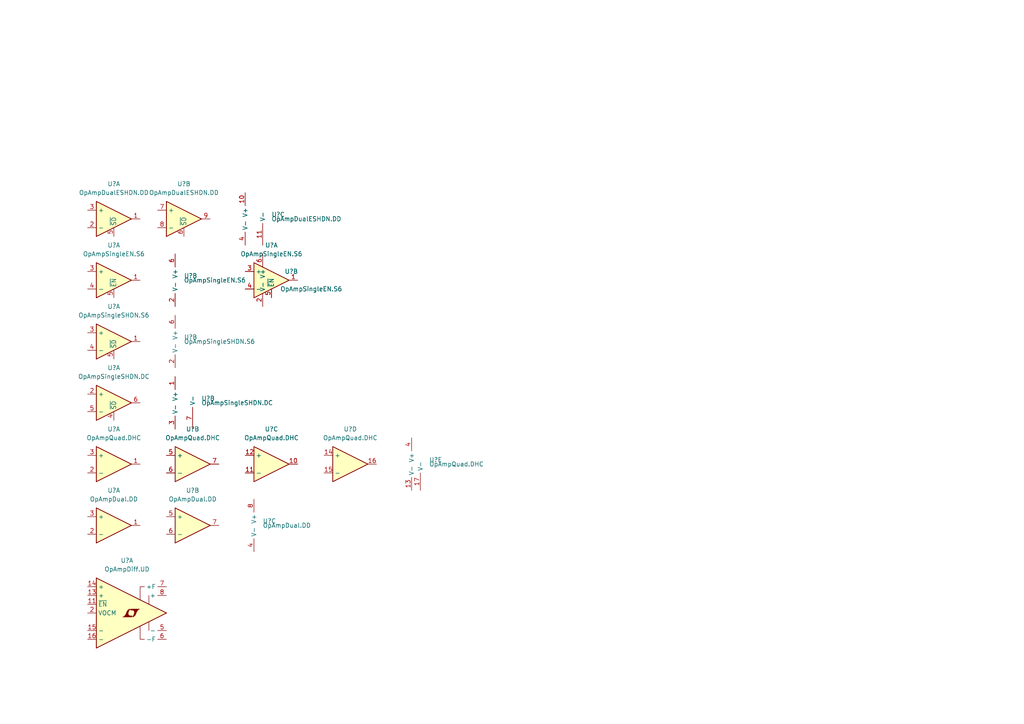
<source format=kicad_sch>
(kicad_sch (version 20201015) (generator eeschema)
  (paper "A4")
  (lib_symbols
    (symbol "ADI_SignalCondition:OpAmpDiff.UD"
      (property "Reference" "U" (at 5.08 10.16 0))
      (property "Value" "OpAmpDiff.UD" (at 5.08 -10.16 0))
      (property "Datasheet" "OpAmp Differential Generic" (at 5.08 2.54 0))
      (symbol "OpAmpDiff.UD_1_0"
        (polyline (pts (xy 2.7432 -0.9906) (xy 2.7686 -0.9652) (xy 2.8194 -0.8636) (xy 2.8194 -0.8382) (xy 2.6924 -0.8382) (xy 2.5908 -0.8128) (xy 2.1336 -0.8128) (xy 2.1082 -0.7874) (xy 1.8542 -0.6604) (xy 1.7526 -0.5588) (xy 1.6764 -0.4318) (xy 1.6256 -0.3302) (xy 1.6256 -0.0254) (xy 1.6764 0.127) (xy 1.7018 0.2286) (xy 1.7272 0.3048) (xy 1.778 0.4318) (xy 1.8288 0.5842) (xy 1.905 0.7112) (xy 1.9558 0.8382) (xy 2.032 0.9398) (xy 2.0828 1.0414) (xy 2.2098 1.1684) (xy 2.032 1.1684) (xy 1.905 1.1176) (xy 1.8034 1.0668) (xy 1.7272 1.016) (xy 1.6002 0.9144) (xy 1.4224 0.7366) (xy 1.1684 0.2794) (xy 1.0668 0) (xy 1.0668 -0.0508) (xy 1.016 -0.1524) (xy 0.9652 -0.2794) (xy 0.9144 -0.381) (xy 0.7874 -0.5588) (xy 0.635 -0.762) (xy 0.4826 -0.9144) (xy 0.3302 -1.0414) (xy 0.1524 -1.1176) (xy 0 -1.1684) (xy 2.667 -1.1684) (xy 2.7432 -0.9906)) (stroke (width 0.0254)) (fill (type outline)))
        (polyline (pts (xy 2.9464 -1.143) (xy 3.0226 -1.143) (xy 3.2004 -1.0668) (xy 3.3528 -0.9652) (xy 3.6322 -0.6858) (xy 3.7592 -0.4826) (xy 3.8608 -0.2794) (xy 3.937 -0.0254) (xy 3.9624 -0.0254) (xy 4.0386 0.2286) (xy 4.2926 0.635) (xy 4.445 0.8128) (xy 4.5974 0.9652) (xy 4.7498 1.0668) (xy 4.9276 1.143) (xy 4.953 1.143) (xy 4.953 1.1684) (xy 2.3876 1.1684) (xy 2.3114 1.016) (xy 2.286 0.9906) (xy 2.2352 0.889) (xy 2.2098 0.8636) (xy 2.2606 0.8636) (xy 2.3114 0.8382) (xy 2.8448 0.8382) (xy 2.8956 0.8128) (xy 2.9464 0.8128) (xy 3.0226 0.7874) (xy 3.1496 0.7112) (xy 3.2766 0.6096) (xy 3.3528 0.4826) (xy 3.3782 0.4318) (xy 3.4036 0.4064) (xy 3.4036 0) (xy 3.3782 -0.0508) (xy 3.3782 -0.127) (xy 3.3274 -0.2286) (xy 3.302 -0.3556) (xy 3.2258 -0.508) (xy 3.175 -0.6604) (xy 3.0226 -0.9144) (xy 2.9718 -1.016) (xy 2.8194 -1.1684) (xy 2.9464 -1.143)) (stroke (width 0.0254)) (fill (type outline)))
      )
      (symbol "OpAmpDiff.UD_1_1"
        (polyline (pts (xy 7.62 -2.54) (xy 7.62 -5.08)))
        (polyline (pts (xy 7.62 5.08) (xy 7.62 2.54)))
        (polyline (pts (xy 5.08 -3.81) (xy 5.08 -7.62) (xy 6.35 -7.62)))
        (polyline (pts (xy 5.08 3.81) (xy 5.08 7.62) (xy 6.35 7.62)))
        (polyline (pts (xy 12.7 0) (xy -7.62 10.16) (xy -7.62 -10.16) (xy 12.7 0)) (stroke (width 0.254)) (fill (type background)))
        (pin passive line (at -10.16 0 0) (length 2.54) (name "VOCM") (number "2"))
        (pin output line (at 12.7 -5.08 180) (length 2.54) (name "-") (number "5"))
        (pin output line (at 12.7 -7.62 180) (length 2.54) (name "-F") (number "6"))
        (pin output line (at 12.7 7.62 180) (length 2.54) (name "+F") (number "7"))
        (pin output line (at 12.7 5.08 180) (length 2.54) (name "+") (number "8"))
        (pin input line (at -10.16 2.54 0) (length 2.54) (name "~EN~") (number "11"))
        (pin input line (at -10.16 5.08 0) (length 2.54) (name "+") (number "13"))
        (pin input line (at -10.16 7.62 0) (length 2.54) (name "+") (number "14"))
        (pin input line (at -10.16 -5.08 0) (length 2.54) (name "-") (number "15"))
        (pin input line (at -10.16 -7.62 0) (length 2.54) (name "-") (number "16"))
      )
      (symbol "OpAmpDiff.UD_2_1"
        (pin power_in line (at -5.08 12.7 270) (length 3.81) (name "V+") (number "1"))
        (pin power_in line (at -2.54 10.16 270) (length 2.54) (name "V+") (number "3"))
        (pin power_in line (at -5.08 -12.7 90) (length 3.81) (name "V-") (number "4"))
        (pin power_in line (at -2.54 -10.16 90) (length 2.54) (name "V-") (number "9"))
        (pin power_in line (at 0 10.16 270) (length 3.81) (name "V+") (number "10"))
        (pin power_in line (at 0 -10.16 90) (length 3.81) (name "V-") (number "12"))
        (pin power_in line (at 2.54 -10.16 90) (length 5.08) (name "V-") (number "17"))
      )
    )
    (symbol "ADI_SignalCondition:OpAmpDual.DD"
      (property "Reference" "U" (at 5.08 2.54 0))
      (property "Value" "OpAmpDual.DD" (at 5.08 -2.54 0))
      (property "Datasheet" "OpAmp Dual Generic" (at 5.08 2.54 0))
      (symbol "OpAmpDual.DD_1_1"
        (polyline (pts (xy 5.08 0) (xy -5.08 5.08) (xy -5.08 -5.08) (xy 5.08 0)) (stroke (width 0.254)) (fill (type background)))
        (pin output line (at 7.62 0 180) (length 2.54) (name "~") (number "1"))
        (pin input line (at -7.62 -2.54 0) (length 2.54) (name "-") (number "2"))
        (pin input line (at -7.62 2.54 0) (length 2.54) (name "+") (number "3"))
      )
      (symbol "OpAmpDual.DD_2_1"
        (polyline (pts (xy 5.08 0) (xy -5.08 5.08) (xy -5.08 -5.08) (xy 5.08 0)) (stroke (width 0.254)) (fill (type background)))
        (pin input line (at -7.62 2.54 0) (length 2.54) (name "+") (number "5"))
        (pin input line (at -7.62 -2.54 0) (length 2.54) (name "-") (number "6"))
        (pin output line (at 7.62 0 180) (length 2.54) (name "~") (number "7"))
      )
      (symbol "OpAmpDual.DD_3_1"
        (pin power_in line (at -2.54 -7.62 90) (length 3.81) (name "V-") (number "4"))
        (pin power_in line (at -2.54 7.62 270) (length 3.81) (name "V+") (number "8"))
      )
    )
    (symbol "ADI_SignalCondition:OpAmpDualESHDN.DD"
      (property "Reference" "U" (at 5.08 2.54 0))
      (property "Value" "OpAmpDualESHDN.DD" (at 5.08 -2.54 0))
      (property "Datasheet" "OpAmp Dual Generic" (at 5.08 2.54 0))
      (symbol "OpAmpDualESHDN.DD_1_1"
        (polyline (pts (xy 5.08 0) (xy -5.08 5.08) (xy -5.08 -5.08) (xy 5.08 0)) (stroke (width 0.254)) (fill (type background)))
        (pin output line (at 7.62 0 180) (length 2.54) (name "~") (number "1"))
        (pin input line (at -7.62 -2.54 0) (length 2.54) (name "-") (number "2"))
        (pin input line (at -7.62 2.54 0) (length 2.54) (name "+") (number "3"))
        (pin input line (at 0 -5.08 90) (length 2.54) (name "~SD~") (number "5"))
      )
      (symbol "OpAmpDualESHDN.DD_2_1"
        (polyline (pts (xy 5.08 0) (xy -5.08 5.08) (xy -5.08 -5.08) (xy 5.08 0)) (stroke (width 0.254)) (fill (type background)))
        (pin input line (at 0 -5.08 90) (length 2.54) (name "~SD~") (number "6"))
        (pin input line (at -7.62 2.54 0) (length 2.54) (name "+") (number "7"))
        (pin input line (at -7.62 -2.54 0) (length 2.54) (name "-") (number "8"))
        (pin output line (at 7.62 0 180) (length 2.54) (name "~") (number "9"))
      )
      (symbol "OpAmpDualESHDN.DD_3_1"
        (pin power_in line (at -2.54 -7.62 90) (length 3.81) (name "V-") (number "4"))
        (pin power_in line (at -2.54 7.62 270) (length 3.81) (name "V+") (number "10"))
        (pin power_in line (at 2.54 -7.62 90) (length 6.35) (name "V-") (number "11"))
      )
    )
    (symbol "ADI_SignalCondition:OpAmpQuad.DHC"
      (property "Reference" "U" (at 5.08 2.54 0))
      (property "Value" "OpAmpQuad.DHC" (at 5.08 -2.54 0))
      (property "Datasheet" "OpAmp Quad Generic" (at 5.08 2.54 0))
      (symbol "OpAmpQuad.DHC_1_1"
        (polyline (pts (xy 5.08 0) (xy -5.08 5.08) (xy -5.08 -5.08) (xy 5.08 0)) (stroke (width 0.254)) (fill (type background)))
        (pin output line (at 7.62 0 180) (length 2.54) (name "~") (number "1"))
        (pin input line (at -7.62 -2.54 0) (length 2.54) (name "-") (number "2"))
        (pin input line (at -7.62 2.54 0) (length 2.54) (name "+") (number "3"))
      )
      (symbol "OpAmpQuad.DHC_2_1"
        (polyline (pts (xy 5.08 0) (xy -5.08 5.08) (xy -5.08 -5.08) (xy 5.08 0)) (stroke (width 0.254)) (fill (type background)))
        (pin input line (at -7.62 2.54 0) (length 2.54) (name "+") (number "5"))
        (pin input line (at -7.62 -2.54 0) (length 2.54) (name "-") (number "6"))
        (pin output line (at 7.62 0 180) (length 2.54) (name "~") (number "7"))
      )
      (symbol "OpAmpQuad.DHC_3_1"
        (polyline (pts (xy 5.08 0) (xy -5.08 5.08) (xy -5.08 -5.08) (xy 5.08 0)) (stroke (width 0.254)) (fill (type background)))
        (pin output line (at 7.62 0 180) (length 2.54) (name "~") (number "10"))
        (pin input line (at -7.62 -2.54 0) (length 2.54) (name "-") (number "11"))
        (pin input line (at -7.62 2.54 0) (length 2.54) (name "+") (number "12"))
      )
      (symbol "OpAmpQuad.DHC_4_1"
        (polyline (pts (xy 5.08 0) (xy -5.08 5.08) (xy -5.08 -5.08) (xy 5.08 0)) (stroke (width 0.254)) (fill (type background)))
        (pin input line (at -7.62 2.54 0) (length 2.54) (name "+") (number "14"))
        (pin input line (at -7.62 -2.54 0) (length 2.54) (name "-") (number "15"))
        (pin output line (at 7.62 0 180) (length 2.54) (name "~") (number "16"))
      )
      (symbol "OpAmpQuad.DHC_5_1"
        (pin power_in line (at -2.54 7.62 270) (length 3.81) (name "V+") (number "4"))
        (pin unconnected line (at -7.62 2.54 0) (length 2.54) hide (name "NC") (number "8"))
        (pin unconnected line (at -7.62 -2.54 0) (length 2.54) hide (name "NC") (number "9"))
        (pin power_in line (at -2.54 -7.62 90) (length 3.81) (name "V-") (number "13"))
        (pin power_in line (at 0 -7.62 90) (length 5.08) (name "V-") (number "17"))
      )
    )
    (symbol "ADI_SignalCondition:OpAmpSingleEN.S6"
      (property "Reference" "U" (at 5.08 2.54 0))
      (property "Value" "OpAmpSingleEN.S6" (at 5.08 -2.54 0))
      (property "Datasheet" "OpAmp Single Generic" (at 5.08 2.54 0))
      (symbol "OpAmpSingleEN.S6_1_1"
        (polyline (pts (xy 5.08 0) (xy -5.08 5.08) (xy -5.08 -5.08) (xy 5.08 0)) (stroke (width 0.254)) (fill (type background)))
        (pin output line (at 7.62 0 180) (length 2.54) (name "~") (number "1"))
        (pin input line (at -7.62 2.54 0) (length 2.54) (name "+") (number "3"))
        (pin input line (at -7.62 -2.54 0) (length 2.54) (name "-") (number "4"))
        (pin input line (at 0 -5.08 90) (length 2.54) (name "~EN~") (number "5"))
      )
      (symbol "OpAmpSingleEN.S6_2_1"
        (pin power_in line (at -2.54 -7.62 90) (length 3.81) (name "V-") (number "2"))
        (pin power_in line (at -2.54 7.62 270) (length 3.81) (name "V+") (number "6"))
      )
    )
    (symbol "ADI_SignalCondition:OpAmpSingleSHDN.DC"
      (property "Reference" "U" (at 5.08 2.54 0))
      (property "Value" "OpAmpSingleSHDN.DC" (at 5.08 -2.54 0))
      (property "Datasheet" "OpAmp Single Generic" (at 5.08 2.54 0))
      (symbol "OpAmpSingleSHDN.DC_1_1"
        (polyline (pts (xy 5.08 0) (xy -5.08 5.08) (xy -5.08 -5.08) (xy 5.08 0)) (stroke (width 0.254)) (fill (type background)))
        (pin input line (at -7.62 2.54 0) (length 2.54) (name "+") (number "2"))
        (pin input line (at 0 -5.08 90) (length 2.54) (name "~SD~") (number "4"))
        (pin input line (at -7.62 -2.54 0) (length 2.54) (name "-") (number "5"))
        (pin output line (at 7.62 0 180) (length 2.54) (name "~") (number "6"))
      )
      (symbol "OpAmpSingleSHDN.DC_2_1"
        (pin power_in line (at -2.54 7.62 270) (length 3.81) (name "V+") (number "1"))
        (pin power_in line (at -2.54 -7.62 90) (length 3.81) (name "V-") (number "3"))
        (pin power_in line (at 2.54 -7.62 90) (length 6.35) (name "V-") (number "7"))
      )
    )
    (symbol "ADI_SignalCondition:OpAmpSingleSHDN.S6"
      (property "Reference" "U" (at 5.08 2.54 0))
      (property "Value" "OpAmpSingleSHDN.S6" (at 5.08 -2.54 0))
      (property "Datasheet" "OpAmp Single Generic" (at 5.08 2.54 0))
      (symbol "OpAmpSingleSHDN.S6_1_1"
        (polyline (pts (xy 5.08 0) (xy -5.08 5.08) (xy -5.08 -5.08) (xy 5.08 0)) (stroke (width 0.254)) (fill (type background)))
        (pin output line (at 7.62 0 180) (length 2.54) (name "~") (number "1"))
        (pin input line (at -7.62 2.54 0) (length 2.54) (name "+") (number "3"))
        (pin input line (at -7.62 -2.54 0) (length 2.54) (name "-") (number "4"))
        (pin input line (at 0 -5.08 90) (length 2.54) (name "~SD~") (number "5"))
      )
      (symbol "OpAmpSingleSHDN.S6_2_1"
        (pin power_in line (at -2.54 -7.62 90) (length 3.81) (name "V-") (number "2"))
        (pin power_in line (at -2.54 7.62 270) (length 3.81) (name "V+") (number "6"))
      )
    )
  )
  (symbol (lib_id "ADI_SignalCondition:OpAmpSingleEN.S6") (at 53.34 81.28 0) (unit 2)
    (property "Reference" "U?" (at 53.34 80.01 0) (effects (justify left)))
    (property "Value" "OpAmpSingleEN.S6" (at 53.34 81.28 0) (effects (justify left)))
    (property "Footprint" "TSOT-23-6" (effects hide))
  )
  (symbol (lib_id "ADI_SignalCondition:OpAmpSingleSHDN.S6") (at 53.34 99.06 0) (unit 2)
    (property "Reference" "U?" (at 53.34 97.79 0) (effects (justify left)))
    (property "Value" "OpAmpSingleSHDN.S6" (at 53.34 99.06 0) (effects (justify left)))
    (property "Footprint" "TSOT-23-6" (effects hide))
  )
  (symbol (lib_id "ADI_SignalCondition:OpAmpDual.DD") (at 76.2 152.4 0) (unit 3)
    (property "Reference" "U?" (at 76.2 151.13 0) (effects (justify left)))
    (property "Value" "OpAmpDual.DD" (at 76.2 152.4 0) (effects (justify left)))
    (property "Footprint" "DFN-8" (effects hide))
  )
  (symbol (lib_id "ADI_SignalCondition:OpAmpSingleEN.S6") (at 78.74 81.28 0) (unit 2)
    (property "Reference" "U?" (at 82.55 78.74 0) (effects (justify left)))
    (property "Value" "OpAmpSingleEN.S6" (at 81.28 83.82 0) (effects (justify left)))
    (property "Footprint" "TSOT-23-6" (effects hide))
  )
  (symbol (lib_id "ADI_SignalCondition:OpAmpSingleSHDN.DC") (at 53.34 116.84 0) (unit 2)
    (property "Reference" "U?" (at 58.42 115.57 0) (effects (justify left)))
    (property "Value" "OpAmpSingleSHDN.DC" (at 58.42 116.84 0) (effects (justify left)))
    (property "Footprint" "DFN-6-1E" (effects hide))
  )
  (symbol (lib_id "ADI_SignalCondition:OpAmpDualESHDN.DD") (at 73.66 63.5 0) (unit 3)
    (property "Reference" "U?" (at 78.74 62.23 0) (effects (justify left)))
    (property "Value" "OpAmpDualESHDN.DD" (at 78.74 63.5 0) (effects (justify left)))
    (property "Footprint" "DFN-10-1EP" (effects hide))
  )
  (symbol (lib_id "ADI_SignalCondition:OpAmpQuad.DHC") (at 121.92 134.62 0) (unit 5)
    (property "Reference" "U?" (at 124.46 133.35 0) (effects (justify left)))
    (property "Value" "OpAmpQuad.DHC" (at 124.46 134.62 0) (effects (justify left)))
    (property "Footprint" "DFN-16-1E" (effects hide))
  )
  (symbol (lib_id "ADI_SignalCondition:OpAmpQuad.DHC") (at 33.02 134.62 0) (unit 1)
    (property "Reference" "U?" (at 33.02 124.46 0))
    (property "Value" "OpAmpQuad.DHC" (at 33.02 127 0))
    (property "Footprint" "DFN-16-1E" (effects hide))
  )
  (symbol (lib_id "ADI_SignalCondition:OpAmpDual.DD") (at 33.02 152.4 0) (unit 1)
    (property "Reference" "U?" (at 33.02 142.24 0))
    (property "Value" "OpAmpDual.DD" (at 33.02 144.78 0))
    (property "Footprint" "DFN-8" (effects hide))
  )
  (symbol (lib_id "ADI_SignalCondition:OpAmpQuad.DHC") (at 55.88 134.62 0) (unit 2)
    (property "Reference" "U?" (at 55.88 124.46 0))
    (property "Value" "OpAmpQuad.DHC" (at 55.88 127 0))
    (property "Footprint" "DFN-16-1E" (effects hide))
  )
  (symbol (lib_id "ADI_SignalCondition:OpAmpDual.DD") (at 55.88 152.4 0) (unit 2)
    (property "Reference" "U?" (at 55.88 142.24 0))
    (property "Value" "OpAmpDual.DD" (at 55.88 144.78 0))
    (property "Footprint" "DFN-8" (effects hide))
  )
  (symbol (lib_id "ADI_SignalCondition:OpAmpQuad.DHC") (at 78.74 134.62 0) (unit 3)
    (property "Reference" "U?" (at 78.74 124.46 0))
    (property "Value" "OpAmpQuad.DHC" (at 78.74 127 0))
    (property "Footprint" "DFN-16-1E" (effects hide))
  )
  (symbol (lib_id "ADI_SignalCondition:OpAmpQuad.DHC") (at 101.6 134.62 0) (unit 4)
    (property "Reference" "U?" (at 101.6 124.46 0))
    (property "Value" "OpAmpQuad.DHC" (at 101.6 127 0))
    (property "Footprint" "DFN-16-1E" (effects hide))
  )
  (symbol (lib_id "ADI_SignalCondition:OpAmpDualESHDN.DD") (at 33.02 63.5 0) (unit 1)
    (property "Reference" "U?" (at 33.02 53.34 0))
    (property "Value" "OpAmpDualESHDN.DD" (at 33.02 55.88 0))
    (property "Footprint" "DFN-10-1EP" (effects hide))
  )
  (symbol (lib_id "ADI_SignalCondition:OpAmpSingleEN.S6") (at 33.02 81.28 0) (unit 1)
    (property "Reference" "U?" (at 33.02 71.12 0))
    (property "Value" "OpAmpSingleEN.S6" (at 33.02 73.66 0))
    (property "Footprint" "TSOT-23-6" (effects hide))
  )
  (symbol (lib_id "ADI_SignalCondition:OpAmpSingleSHDN.S6") (at 33.02 99.06 0) (unit 1)
    (property "Reference" "U?" (at 33.02 88.9 0))
    (property "Value" "OpAmpSingleSHDN.S6" (at 33.02 91.44 0))
    (property "Footprint" "TSOT-23-6" (effects hide))
  )
  (symbol (lib_id "ADI_SignalCondition:OpAmpSingleSHDN.DC") (at 33.02 116.84 0) (unit 1)
    (property "Reference" "U?" (at 33.02 106.68 0))
    (property "Value" "OpAmpSingleSHDN.DC" (at 33.02 109.22 0))
    (property "Footprint" "DFN-6-1E" (effects hide))
  )
  (symbol (lib_id "ADI_SignalCondition:OpAmpDualESHDN.DD") (at 53.34 63.5 0) (unit 2)
    (property "Reference" "U?" (at 53.34 53.34 0))
    (property "Value" "OpAmpDualESHDN.DD" (at 53.34 55.88 0))
    (property "Footprint" "DFN-10-1EP" (effects hide))
  )
  (symbol (lib_id "ADI_SignalCondition:OpAmpSingleEN.S6") (at 78.74 81.28 0) (unit 1)
    (property "Reference" "U?" (at 78.74 71.12 0))
    (property "Value" "OpAmpSingleEN.S6" (at 78.74 73.66 0))
    (property "Footprint" "TSOT-23-6" (effects hide))
  )
  (symbol (lib_id "ADI_SignalCondition:OpAmpDiff.UD") (at 35.56 177.8 0) (unit 1)
    (property "Reference" "U?" (at 36.83 162.56 0))
    (property "Value" "OpAmpDiff.UD" (at 36.83 165.1 0))
    (property "Footprint" "QFN-16-1E" (effects hide))
  )
)
</source>
